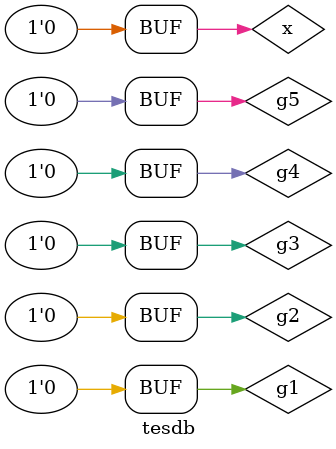
<source format=v>
`timescale 1ns / 1ps


module tesdb;

	// Inputs
	reg x;
	reg g1;
	reg g2;
	reg g3;
	reg g4;
	reg g5;

	// Outputs
	wire A;

	// Instantiate the Unit Under Test (UUT)
	Bblock uut (
		.x(x), 
		.g1(g1), 
		.g2(g2), 
		.g3(g3), 
		.g4(g4), 
		.g5(g5), 
		.A(A)
	);

	initial begin
		// Initialize Inputs
		x = 0;
		g1 = 0;
		g2 = 0;
		g3 = 0;
		g4 = 0;
		g5 = 0;

		// Wait 100 ns for global reset to finish
		#100;
		
		x = 1;
		g1 = 0;
		g2 = 0;
		g3 = 1;
		g4 = 0;
		g5 = 0;
		
		#50;
		
		x = 0;
		g1 = 0;
		g2 = 0;
		g3 = 1;
		g4 = 0;
		g5 = 0;
		
		#50;

		x = 1;
		g1 = 0;
		g2 = 0;
		g3 = 0;
		g4 = 0;
		g5 = 0;
		
		#50;	
		x = 0;
		g1 = 0;
		g2 = 0;
		g3 = 0;
		g4 = 0;
		g5 = 0;
		
		#50;		
		
	end
      
endmodule


</source>
